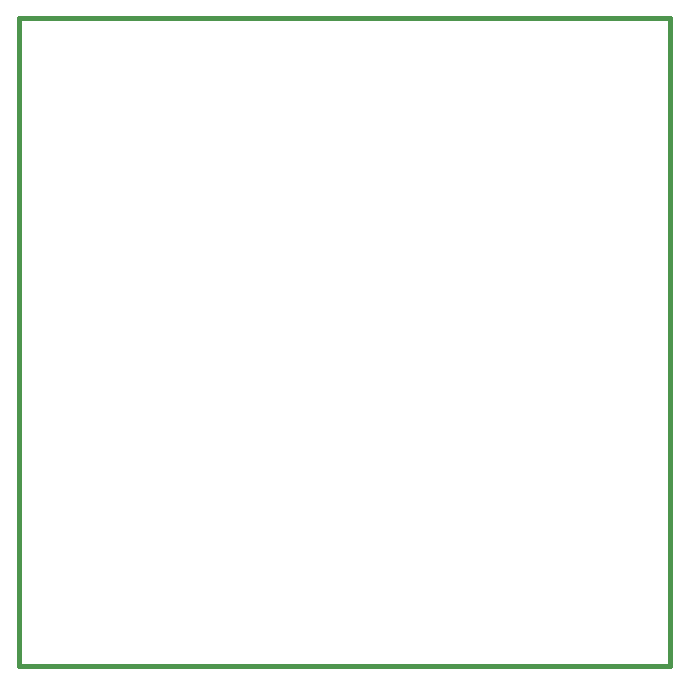
<source format=gbr>
%FSLAX34Y34*%
G04 Gerber Fmt 3.4, Leading zero omitted, Abs format*
G04 (created by PCBNEW (2013-11-28 BZR 4510)-product) date Thu 28 Nov 2013 12:06:36 PM EST*
%MOIN*%
G01*
G70*
G90*
G04 APERTURE LIST*
%ADD10C,0.005906*%
%ADD11C,0.015000*%
G04 APERTURE END LIST*
G54D10*
G54D11*
X70200Y-50500D02*
X48500Y-50500D01*
X48500Y-50500D02*
X48500Y-28900D01*
X70200Y-28900D02*
X70200Y-50500D01*
X48500Y-28900D02*
X70200Y-28900D01*
M02*

</source>
